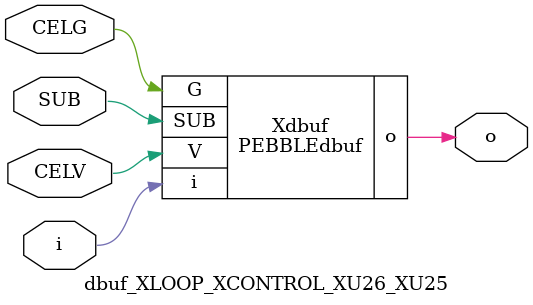
<source format=v>



module PEBBLEdbuf ( o, G, SUB, V, i );

  input V;
  input i;
  input G;
  output o;
  input SUB;
endmodule

//Celera Confidential Do Not Copy dbuf_XLOOP_XCONTROL_XU26_XU25
//Celera Confidential Symbol Generator
//Digital Buffer
module dbuf_XLOOP_XCONTROL_XU26_XU25 (CELV,CELG,i,o,SUB);
input CELV;
input CELG;
input i;
input SUB;
output o;

//Celera Confidential Do Not Copy dbuf
PEBBLEdbuf Xdbuf(
.V (CELV),
.i (i),
.o (o),
.SUB (SUB),
.G (CELG)
);
//,diesize,PEBBLEdbuf

//Celera Confidential Do Not Copy Module End
//Celera Schematic Generator
endmodule

</source>
